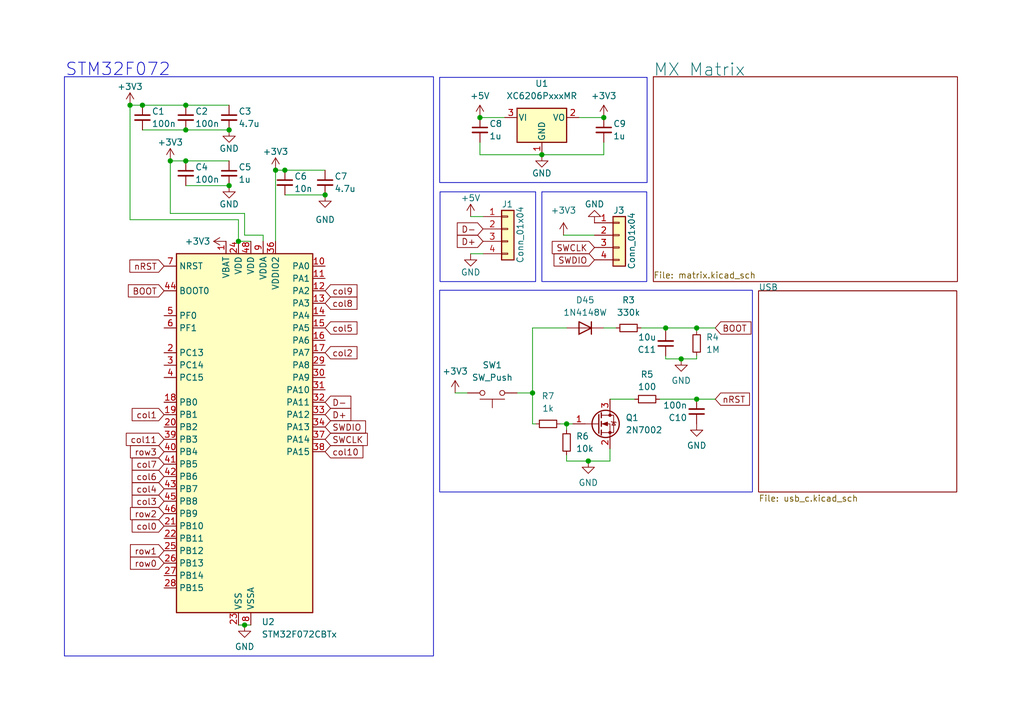
<source format=kicad_sch>
(kicad_sch (version 20250114) (generator "eeschema") (generator_version "9.0")
  (paper "A5")
  (lib_symbols
    (symbol "+3V3_1" (power) (pin_numbers (hide yes)) (pin_names (offset 0) (hide yes))
      (property "Value" "+3V3" (at 0 3.556 0))
      (symbol "+3V3_1_0_1"
        (polyline (pts (xy -0.762 1.27) (xy 0 2.54)))
        (polyline (pts (xy 0 2.54) (xy 0.762 1.27)))
        (polyline (pts (xy 0 0) (xy 0 2.54)))
      )
      (symbol "+3V3_1_1_1"
        (pin power_in line (at 0 0 90) (length 0) (name "~") (number "1"))
      )
    )
    (symbol "Device:C_Small" (pin_numbers (hide yes)) (pin_names (offset 0.254) (hide yes))
      (property "Reference" "C" (at 0.254 1.778 0))
      (property "Value" "C_Small" (at 0.254 -2.032 0))
      (symbol "C_Small_0_1"
        (polyline (pts (xy -1.524 0.508) (xy 1.524 0.508)) (stroke (width 0.3048)))
        (polyline (pts (xy -1.524 -0.508) (xy 1.524 -0.508)) (stroke (width 0.3302)))
      )
      (symbol "C_Small_1_1"
        (pin passive line (at 0 2.54 270) (length 2.032) (name "~") (number "1"))
        (pin passive line (at 0 -2.54 90) (length 2.032) (name "~") (number "2"))
      )
    )
    (symbol "Device:R_Small" (pin_numbers (hide yes)) (pin_names (offset 0.254) (hide yes))
      (property "Reference" "R" (at 0.762 0.508 0))
      (property "Value" "R_Small" (at 0.762 -1.016 0))
      (symbol "R_Small_0_1"
        (rectangle (start -0.762 1.778) (end 0.762 -1.778) (stroke (width 0.2032)))
      )
      (symbol "R_Small_1_1"
        (pin passive line (at 0 2.54 270) (length 0.762) (name "~") (number "1"))
        (pin passive line (at 0 -2.54 90) (length 0.762) (name "~") (number "2"))
      )
    )
    (symbol "Diode:1N4148W" (pin_numbers (hide yes)) (pin_names (hide yes))
      (property "Reference" "D" (at 0 2.54 0))
      (property "Value" "1N4148W" (at 0 -2.54 0))
      (symbol "1N4148W_0_1"
        (polyline (pts (xy -1.27 1.27) (xy -1.27 -1.27)) (stroke (width 0.254)))
        (polyline (pts (xy 1.27 1.27) (xy 1.27 -1.27) (xy -1.27 0) (xy 1.27 1.27)) (stroke (width 0.254)))
        (polyline (pts (xy 1.27 0) (xy -1.27 0)))
      )
      (symbol "1N4148W_1_1"
        (pin passive line (at -3.81 0 0) (length 2.54) (name "K") (number "1"))
        (pin passive line (at 3.81 0 180) (length 2.54) (name "A") (number "2"))
      )
    )
    (symbol "GND_1" (power) (pin_numbers (hide yes)) (pin_names (offset 0) (hide yes))
      (property "Value" "GND" (at 0 -3.81 0))
      (symbol "GND_1_0_1"
        (polyline (pts (xy 0 0) (xy 0 -1.27) (xy 1.27 -1.27) (xy 0 -2.54) (xy -1.27 -1.27) (xy 0 -1.27)))
      )
      (symbol "GND_1_1_1"
        (pin power_in line (at 0 0 270) (length 0) (name "~") (number "1"))
      )
    )
    (symbol "MCU_ST_STM32F0:STM32F072CBTx"
      (property "Reference" "U" (at -12.7 39.37 0))
      (property "Value" "STM32F072CBTx" (at 10.16 39.37 0))
      (symbol "STM32F072CBTx_0_1"
        (rectangle (start -12.7 -35.56) (end 15.24 38.1) (stroke (width 0.254)) (fill (type background)))
      )
      (symbol "STM32F072CBTx_1_1"
        (pin input line (at -15.24 35.56 0) (length 2.54) (name "NRST") (number "7"))
        (pin input line (at -15.24 30.48 0) (length 2.54) (name "BOOT0") (number "44"))
        (pin bidirectional line (at -15.24 25.4 0) (length 2.54) (name "PF0") (number "5"))
        (pin bidirectional line (at -15.24 22.86 0) (length 2.54) (name "PF1") (number "6"))
        (pin bidirectional line (at -15.24 17.78 0) (length 2.54) (name "PC13") (number "2"))
        (pin bidirectional line (at -15.24 15.24 0) (length 2.54) (name "PC14") (number "3"))
        (pin bidirectional line (at -15.24 12.7 0) (length 2.54) (name "PC15") (number "4"))
        (pin bidirectional line (at -15.24 7.62 0) (length 2.54) (name "PB0") (number "18"))
        (pin bidirectional line (at -15.24 5.08 0) (length 2.54) (name "PB1") (number "19"))
        (pin bidirectional line (at -15.24 2.54 0) (length 2.54) (name "PB2") (number "20"))
        (pin bidirectional line (at -15.24 0 0) (length 2.54) (name "PB3") (number "39"))
        (pin bidirectional line (at -15.24 -2.54 0) (length 2.54) (name "PB4") (number "40"))
        (pin bidirectional line (at -15.24 -5.08 0) (length 2.54) (name "PB5") (number "41"))
        (pin bidirectional line (at -15.24 -7.62 0) (length 2.54) (name "PB6") (number "42"))
        (pin bidirectional line (at -15.24 -10.16 0) (length 2.54) (name "PB7") (number "43"))
        (pin bidirectional line (at -15.24 -12.7 0) (length 2.54) (name "PB8") (number "45"))
        (pin bidirectional line (at -15.24 -15.24 0) (length 2.54) (name "PB9") (number "46"))
        (pin bidirectional line (at -15.24 -17.78 0) (length 2.54) (name "PB10") (number "21"))
        (pin bidirectional line (at -15.24 -20.32 0) (length 2.54) (name "PB11") (number "22"))
        (pin bidirectional line (at -15.24 -22.86 0) (length 2.54) (name "PB12") (number "25"))
        (pin bidirectional line (at -15.24 -25.4 0) (length 2.54) (name "PB13") (number "26"))
        (pin bidirectional line (at -15.24 -27.94 0) (length 2.54) (name "PB14") (number "27"))
        (pin bidirectional line (at -15.24 -30.48 0) (length 2.54) (name "PB15") (number "28"))
        (pin power_in line (at -2.54 40.64 270) (length 2.54) (name "VBAT") (number "1"))
        (pin power_in line (at 0 40.64 270) (length 2.54) (name "VDD") (number "24"))
        (pin power_in line (at 0 -38.1 90) (length 2.54) (name "VSS") (number "23"))
        (pin passive line (at 0 -38.1 90) (length 2.54) (hide yes) (name "VSS") (number "35"))
        (pin passive line (at 0 -38.1 90) (length 2.54) (hide yes) (name "VSS") (number "47"))
        (pin power_in line (at 2.54 40.64 270) (length 2.54) (name "VDD") (number "48"))
        (pin power_in line (at 2.54 -38.1 90) (length 2.54) (name "VSSA") (number "8"))
        (pin power_in line (at 5.08 40.64 270) (length 2.54) (name "VDDA") (number "9"))
        (pin power_in line (at 7.62 40.64 270) (length 2.54) (name "VDDIO2") (number "36"))
        (pin bidirectional line (at 17.78 35.56 180) (length 2.54) (name "PA0") (number "10"))
        (pin bidirectional line (at 17.78 33.02 180) (length 2.54) (name "PA1") (number "11"))
        (pin bidirectional line (at 17.78 30.48 180) (length 2.54) (name "PA2") (number "12"))
        (pin bidirectional line (at 17.78 27.94 180) (length 2.54) (name "PA3") (number "13"))
        (pin bidirectional line (at 17.78 25.4 180) (length 2.54) (name "PA4") (number "14"))
        (pin bidirectional line (at 17.78 22.86 180) (length 2.54) (name "PA5") (number "15"))
        (pin bidirectional line (at 17.78 20.32 180) (length 2.54) (name "PA6") (number "16"))
        (pin bidirectional line (at 17.78 17.78 180) (length 2.54) (name "PA7") (number "17"))
        (pin bidirectional line (at 17.78 15.24 180) (length 2.54) (name "PA8") (number "29"))
        (pin bidirectional line (at 17.78 12.7 180) (length 2.54) (name "PA9") (number "30"))
        (pin bidirectional line (at 17.78 10.16 180) (length 2.54) (name "PA10") (number "31"))
        (pin bidirectional line (at 17.78 7.62 180) (length 2.54) (name "PA11") (number "32"))
        (pin bidirectional line (at 17.78 5.08 180) (length 2.54) (name "PA12") (number "33"))
        (pin bidirectional line (at 17.78 2.54 180) (length 2.54) (name "PA13") (number "34"))
        (pin bidirectional line (at 17.78 0 180) (length 2.54) (name "PA14") (number "37"))
        (pin bidirectional line (at 17.78 -2.54 180) (length 2.54) (name "PA15") (number "38"))
      )
    )
    (symbol "Regulator_Linear:XC6206PxxxMR" (pin_names (offset 0.254))
      (property "Reference" "U" (at -3.81 3.175 0))
      (property "Value" "XC6206PxxxMR" (at 0 3.175 0))
      (symbol "XC6206PxxxMR_0_1"
        (rectangle (start -5.08 1.905) (end 5.08 -5.08) (stroke (width 0.254)) (fill (type background)))
      )
      (symbol "XC6206PxxxMR_1_1"
        (pin power_in line (at -7.62 0 0) (length 2.54) (name "VI") (number "3"))
        (pin power_in line (at 0 -7.62 90) (length 2.54) (name "GND") (number "1"))
        (pin power_out line (at 7.62 0 180) (length 2.54) (name "VO") (number "2"))
      )
    )
    (symbol "Switch:SW_Push" (pin_numbers (hide yes)) (pin_names (offset 1.016) (hide yes))
      (property "Reference" "SW" (at 1.27 2.54 0))
      (property "Value" "SW_Push" (at 0 -1.524 0))
      (symbol "SW_Push_0_1"
        (circle (center -2.032 0) (radius 0.508))
        (polyline (pts (xy 0 1.27) (xy 0 3.048)))
        (circle (center 2.032 0) (radius 0.508))
        (polyline (pts (xy 2.54 1.27) (xy -2.54 1.27)))
        (pin passive line (at -5.08 0 0) (length 2.54) (name "1") (number "1"))
        (pin passive line (at 5.08 0 180) (length 2.54) (name "2") (number "2"))
      )
    )
    (symbol "Transistor_FET:2N7002" (pin_names (hide yes))
      (property "Reference" "Q" (at 5.08 1.905 0))
      (property "Value" "2N7002" (at 5.08 0 0))
      (symbol "2N7002_0_1"
        (polyline (pts (xy 0.254 1.905) (xy 0.254 -1.905)) (stroke (width 0.254)))
        (polyline (pts (xy 0.254 0) (xy -2.54 0)))
        (polyline (pts (xy 0.762 2.286) (xy 0.762 1.27)) (stroke (width 0.254)))
        (polyline (pts (xy 0.762 0.508) (xy 0.762 -0.508)) (stroke (width 0.254)))
        (polyline (pts (xy 0.762 -1.27) (xy 0.762 -2.286)) (stroke (width 0.254)))
        (polyline (pts (xy 0.762 -1.778) (xy 3.302 -1.778) (xy 3.302 1.778) (xy 0.762 1.778)))
        (polyline (pts (xy 1.016 0) (xy 2.032 0.381) (xy 2.032 -0.381) (xy 1.016 0)) (fill (type outline)))
        (circle (center 1.651 0) (radius 2.794) (stroke (width 0.254)))
        (polyline (pts (xy 2.54 2.54) (xy 2.54 1.778)))
        (circle (center 2.54 1.778) (radius 0.254) (fill (type outline)))
        (circle (center 2.54 -1.778) (radius 0.254) (fill (type outline)))
        (polyline (pts (xy 2.54 -2.54) (xy 2.54 0) (xy 0.762 0)))
        (polyline (pts (xy 2.794 0.508) (xy 2.921 0.381) (xy 3.683 0.381) (xy 3.81 0.254)))
        (polyline (pts (xy 3.302 0.381) (xy 2.921 -0.254) (xy 3.683 -0.254) (xy 3.302 0.381)))
      )
      (symbol "2N7002_1_1"
        (pin input line (at -5.08 0 0) (length 2.54) (name "G") (number "1"))
        (pin passive line (at 2.54 5.08 270) (length 2.54) (name "D") (number "3"))
        (pin passive line (at 2.54 -5.08 90) (length 2.54) (name "S") (number "2"))
      )
    )
    (symbol "ark40:Conn_01x04" (pin_names (offset 1.016) (hide yes))
      (property "Reference" "J" (at 0 5.08 0))
      (property "Value" "Conn_01x04" (at 0 -7.62 0))
      (symbol "Conn_01x04_1_1"
        (rectangle (start -1.27 3.81) (end 1.27 -6.35) (stroke (width 0.254)) (fill (type background)))
        (rectangle (start -1.27 2.667) (end 0 2.413) (stroke (width 0.1524)))
        (rectangle (start -1.27 0.127) (end 0 -0.127) (stroke (width 0.1524)))
        (rectangle (start -1.27 -2.413) (end 0 -2.667) (stroke (width 0.1524)))
        (rectangle (start -1.27 -4.953) (end 0 -5.207) (stroke (width 0.1524)))
        (pin passive line (at -5.08 2.54 0) (length 3.81) (name "Pin_1") (number "1"))
        (pin passive line (at -5.08 0 0) (length 3.81) (name "Pin_2") (number "2"))
        (pin passive line (at -5.08 -2.54 0) (length 3.81) (name "Pin_3") (number "3"))
        (pin passive line (at -5.08 -5.08 0) (length 3.81) (name "Pin_4") (number "4"))
      )
    )
    (symbol "power:+3V3" (power) (pin_names (offset 0))
      (property "Value" "+3V3" (at 0 3.556 0))
      (symbol "+3V3_0_1"
        (polyline (pts (xy -0.762 1.27) (xy 0 2.54)))
        (polyline (pts (xy 0 2.54) (xy 0.762 1.27)))
        (polyline (pts (xy 0 0) (xy 0 2.54)))
      )
      (symbol "+3V3_1_1"
        (pin power_in line (at 0 0 90) (length 0) (hide yes) (name "+3V3") (number "1"))
      )
    )
    (symbol "power:+5V" (power) (pin_names (offset 0))
      (property "Value" "+5V" (at 0 3.556 0))
      (symbol "+5V_0_1"
        (polyline (pts (xy -0.762 1.27) (xy 0 2.54)))
        (polyline (pts (xy 0 2.54) (xy 0.762 1.27)))
        (polyline (pts (xy 0 0) (xy 0 2.54)))
      )
      (symbol "+5V_1_1"
        (pin power_in line (at 0 0 90) (length 0) (hide yes) (name "+5V") (number "1"))
      )
    )
    (symbol "power:GND" (power) (pin_names (offset 0))
      (property "Value" "GND" (at 0 -3.81 0))
      (symbol "GND_0_1"
        (polyline (pts (xy 0 0) (xy 0 -1.27) (xy 1.27 -1.27) (xy 0 -2.54) (xy -1.27 -1.27) (xy 0 -1.27)))
      )
      (symbol "GND_1_1"
        (pin power_in line (at 0 0 270) (length 0) (hide yes) (name "GND") (number "1"))
      )
    )
  )
  (rectangle (start 111.125 39.37) (end 132.6388 57.785))
  (rectangle (start 90.2462 39.37) (end 109.855 57.785))
  (rectangle (start 90.17 59.563) (end 154.305 100.965))
  (rectangle (start 90.17 15.875) (end 132.715 37.465))
  (rectangle (start 13.208 15.748) (end 88.9 134.62))
  (text "STM32F072" (at 13.335 15.875 0) (effects (font (size 2.54 2.54)) (justify left bottom)))
  (junction (at 58.42 34.925))
  (junction (at 142.875 67.31))
  (junction (at 34.925 33.02))
  (junction (at 109.22 80.645))
  (junction (at 46.99 26.67))
  (junction (at 116.205 86.995))
  (junction (at 142.875 81.915))
  (junction (at 139.7 73.66))
  (junction (at 38.1 26.67))
  (junction (at 123.825 24.13))
  (junction (at 38.1 21.59))
  (junction (at 98.425 24.13))
  (junction (at 26.67 21.59))
  (junction (at 38.1 33.02))
  (junction (at 56.515 34.925))
  (junction (at 29.21 21.59))
  (junction (at 111.125 31.75))
  (junction (at 46.99 38.1))
  (junction (at 136.525 67.31))
  (junction (at 50.165 128.27))
  (junction (at 48.895 49.53))
  (junction (at 120.65 94.615))
  (junction (at 66.675 40.005))
  (wire (pts (xy 125.095 94.615) (xy 125.095 92.075)))
  (wire (pts (xy 123.825 31.75) (xy 111.125 31.75)))
  (wire (pts (xy 111.125 31.75) (xy 98.425 31.75)))
  (wire (pts (xy 115.57 48.26) (xy 121.92 48.26)))
  (wire (pts (xy 136.525 67.31) (xy 142.875 67.31)))
  (wire (pts (xy 136.525 73.025) (xy 136.525 73.66)))
  (wire (pts (xy 135.255 81.915) (xy 142.875 81.915)))
  (wire (pts (xy 109.22 80.645) (xy 106.045 80.645)))
  (wire (pts (xy 26.67 21.59) (xy 29.21 21.59)))
  (wire (pts (xy 116.205 67.31) (xy 109.22 67.31)))
  (wire (pts (xy 34.925 33.02) (xy 34.925 43.815)))
  (wire (pts (xy 136.525 73.66) (xy 139.7 73.66)))
  (wire (pts (xy 142.875 73.66) (xy 142.875 73.025)))
  (wire (pts (xy 136.525 67.945) (xy 136.525 67.31)))
  (wire (pts (xy 116.205 93.345) (xy 116.205 94.615)))
  (wire (pts (xy 48.895 128.27) (xy 50.165 128.27)))
  (wire (pts (xy 118.745 24.13) (xy 123.825 24.13)))
  (wire (pts (xy 26.67 21.59) (xy 26.67 45.085)))
  (wire (pts (xy 123.825 67.31) (xy 126.365 67.31)))
  (wire (pts (xy 98.425 24.13) (xy 103.505 24.13)))
  (wire (pts (xy 120.65 94.615) (xy 116.205 94.615)))
  (wire (pts (xy 120.65 94.615) (xy 125.095 94.615)))
  (wire (pts (xy 29.21 26.67) (xy 38.1 26.67)))
  (wire (pts (xy 109.22 67.31) (xy 109.22 80.645)))
  (wire (pts (xy 123.825 29.21) (xy 123.825 31.75)))
  (wire (pts (xy 53.975 48.26) (xy 50.165 48.26)))
  (wire (pts (xy 50.165 48.26) (xy 50.165 43.815)))
  (wire (pts (xy 58.42 40.005) (xy 66.675 40.005)))
  (wire (pts (xy 142.875 67.945) (xy 142.875 67.31)))
  (wire (pts (xy 38.1 33.02) (xy 46.99 33.02)))
  (wire (pts (xy 99.06 52.07) (xy 96.52 52.07)))
  (wire (pts (xy 125.095 81.915) (xy 130.175 81.915)))
  (wire (pts (xy 109.855 86.995) (xy 109.22 86.995)))
  (wire (pts (xy 142.875 73.66) (xy 139.7 73.66)))
  (wire (pts (xy 117.475 86.995) (xy 116.205 86.995)))
  (wire (pts (xy 34.925 43.815) (xy 50.165 43.815)))
  (wire (pts (xy 109.22 86.995) (xy 109.22 80.645)))
  (wire (pts (xy 53.975 48.26) (xy 53.975 49.53)))
  (wire (pts (xy 48.895 45.085) (xy 26.67 45.085)))
  (wire (pts (xy 48.895 45.085) (xy 48.895 49.53)))
  (wire (pts (xy 96.52 44.45) (xy 99.06 44.45)))
  (wire (pts (xy 29.21 21.59) (xy 38.1 21.59)))
  (wire (pts (xy 142.875 81.915) (xy 146.685 81.915)))
  (wire (pts (xy 56.515 34.925) (xy 56.515 49.53)))
  (wire (pts (xy 93.345 80.645) (xy 95.885 80.645)))
  (wire (pts (xy 114.935 86.995) (xy 116.205 86.995)))
  (wire (pts (xy 142.875 67.31) (xy 146.685 67.31)))
  (wire (pts (xy 98.425 31.75) (xy 98.425 29.21)))
  (wire (pts (xy 38.1 21.59) (xy 46.99 21.59)))
  (wire (pts (xy 131.445 67.31) (xy 136.525 67.31)))
  (wire (pts (xy 34.925 33.02) (xy 38.1 33.02)))
  (wire (pts (xy 116.205 86.995) (xy 116.205 88.265)))
  (wire (pts (xy 48.895 49.53) (xy 51.435 49.53)))
  (wire (pts (xy 38.1 26.67) (xy 46.99 26.67)))
  (wire (pts (xy 50.165 128.27) (xy 51.435 128.27)))
  (wire (pts (xy 56.515 34.925) (xy 58.42 34.925)))
  (wire (pts (xy 38.1 38.1) (xy 46.99 38.1)))
  (wire (pts (xy 58.42 34.925) (xy 66.675 34.925)))
  (global_label "D-" (shape input) (at 99.06 46.99 180) (property "Intersheetrefs" "${INTERSHEET_REFS}" (effects (hide yes))))
  (global_label "row2" (shape input) (at 33.655 105.41 180) (property "Intersheetrefs" "${INTERSHEET_REFS}" (effects (hide yes))))
  (global_label "nRST" (shape input) (at 33.655 54.61 180) (property "Intersheetrefs" "${INTERSHEET_REFS}" (effects (hide yes))))
  (global_label "col0" (shape input) (at 33.655 107.95 180) (property "Intersheetrefs" "${INTERSHEET_REFS}" (effects (hide yes))))
  (global_label "row1" (shape input) (at 33.655 113.03 180) (property "Intersheetrefs" "${INTERSHEET_REFS}" (effects (hide yes))))
  (global_label "col5" (shape input) (at 66.675 67.31 0) (property "Intersheetrefs" "${INTERSHEET_REFS}" (effects (hide yes))))
  (global_label "col7" (shape input) (at 33.655 95.25 180) (property "Intersheetrefs" "${INTERSHEET_REFS}" (effects (hide yes))))
  (global_label "col6" (shape input) (at 33.655 97.79 180) (property "Intersheetrefs" "${INTERSHEET_REFS}" (effects (hide yes))))
  (global_label "D+" (shape input) (at 66.675 85.09 0) (property "Intersheetrefs" "${INTERSHEET_REFS}" (effects (hide yes))))
  (global_label "BOOT" (shape input) (at 33.655 59.69 180) (property "Intersheetrefs" "${INTERSHEET_REFS}" (effects (hide yes))))
  (global_label "col4" (shape input) (at 33.655 100.33 180) (property "Intersheetrefs" "${INTERSHEET_REFS}" (effects (hide yes))))
  (global_label "SWDIO" (shape input) (at 66.675 87.63 0) (property "Intersheetrefs" "${INTERSHEET_REFS}" (effects (hide yes))))
  (global_label "row0" (shape input) (at 33.655 115.57 180) (property "Intersheetrefs" "${INTERSHEET_REFS}" (effects (hide yes))))
  (global_label "col10" (shape input) (at 66.675 92.71 0) (property "Intersheetrefs" "${INTERSHEET_REFS}" (effects (hide yes))))
  (global_label "SWCLK" (shape input) (at 121.92 50.8 180) (property "Intersheetrefs" "${INTERSHEET_REFS}" (effects (hide yes))))
  (global_label "D-" (shape input) (at 66.675 82.55 0) (property "Intersheetrefs" "${INTERSHEET_REFS}" (effects (hide yes))))
  (global_label "SWCLK" (shape input) (at 66.675 90.17 0) (property "Intersheetrefs" "${INTERSHEET_REFS}" (effects (hide yes))))
  (global_label "col9" (shape input) (at 66.675 59.69 0) (property "Intersheetrefs" "${INTERSHEET_REFS}" (effects (hide yes))))
  (global_label "BOOT" (shape input) (at 146.685 67.31 0) (property "Intersheetrefs" "${INTERSHEET_REFS}" (effects (hide yes))))
  (global_label "col1" (shape input) (at 33.655 85.09 180) (property "Intersheetrefs" "${INTERSHEET_REFS}" (effects (hide yes))))
  (global_label "row3" (shape input) (at 33.655 92.71 180) (property "Intersheetrefs" "${INTERSHEET_REFS}" (effects (hide yes))))
  (global_label "col3" (shape input) (at 33.655 102.87 180) (property "Intersheetrefs" "${INTERSHEET_REFS}" (effects (hide yes))))
  (global_label "col2" (shape input) (at 66.675 72.39 0) (property "Intersheetrefs" "${INTERSHEET_REFS}" (effects (hide yes))))
  (global_label "col8" (shape input) (at 66.675 62.23 0) (property "Intersheetrefs" "${INTERSHEET_REFS}" (effects (hide yes))))
  (global_label "D+" (shape input) (at 99.06 49.53 180) (property "Intersheetrefs" "${INTERSHEET_REFS}" (effects (hide yes))))
  (global_label "SWDIO" (shape input) (at 121.92 53.34 180) (property "Intersheetrefs" "${INTERSHEET_REFS}" (effects (hide yes))))
  (global_label "col11" (shape input) (at 33.655 90.17 180) (property "Intersheetrefs" "${INTERSHEET_REFS}" (effects (hide yes))))
  (global_label "nRST" (shape input) (at 146.685 81.915 0) (property "Intersheetrefs" "${INTERSHEET_REFS}" (effects (hide yes))))
  (symbol (lib_id "power:GND") (at 111.125 31.75 0) (unit 1)
    (property "Reference" "#PWR012" (effects (hide yes)))
    (property "Value" "GND" (at 111.125 35.56 0))
  )
  (symbol (lib_id "Device:C_Small") (at 142.875 84.455 180) (unit 1)
    (property "Reference" "C10" (at 140.97 85.725 0) (effects (justify left)))
    (property "Value" "100n" (at 140.97 83.185 0) (effects (justify left)))
    (property "Footprint" "Capacitor_SMD:C_0402_1005Metric" (effects (hide yes)))
  )
  (symbol (lib_id "power:+3V3") (at 93.345 80.645 0) (unit 1)
    (property "Reference" "#PWR02" (effects (hide yes)))
    (property "Value" "+3V3" (at 93.345 76.2 0))
  )
  (symbol (lib_id "Switch:SW_Push") (at 100.965 80.645 180) (unit 1)
    (property "Reference" "SW1" (at 100.965 74.93 0))
    (property "Value" "SW_Push" (at 100.965 77.47 0))
    (property "Footprint" "Button_Switch_SMD:SW_Push_1P1T_XKB_TS-1187A" (effects (hide yes)))
  )
  (symbol (lib_id "ark40:Conn_01x04") (at 104.14 46.99 0) (unit 1)
    (property "Reference" "J1" (at 102.87 41.91 0) (effects (justify left)))
    (property "Value" "Conn_01x04" (at 106.68 54.0512 90) (effects (justify left)))
    (property "Footprint" "Connector_JST:JST_SH_SM04B-SRSS-TB_1x04-1MP_P1.00mm_Horizontal" (effects (hide yes)))
  )
  (symbol (lib_id "Device:C_Small") (at 136.525 70.485 180) (unit 1)
    (property "Reference" "C11" (at 134.62 71.755 0) (effects (justify left)))
    (property "Value" "10u" (at 134.62 69.215 0) (effects (justify left)))
    (property "Footprint" "Capacitor_SMD:C_0603_1608Metric" (effects (hide yes)))
  )
  (symbol (lib_id "power:+3V3") (at 34.925 33.02 0) (unit 1)
    (property "Reference" "#PWR05" (effects (hide yes)))
    (property "Value" "+3V3" (at 34.925 29.21 0))
  )
  (symbol (lib_id "power:+3V3") (at 56.515 34.925 0) (unit 1)
    (property "Reference" "#PWR06" (effects (hide yes)))
    (property "Value" "+3V3" (at 56.515 31.115 0))
  )
  (symbol (lib_id "Device:R_Small") (at 142.875 70.485 180) (unit 1)
    (property "Reference" "R4" (at 144.78 69.2149 0) (effects (justify right)))
    (property "Value" "1M" (at 144.78 71.7549 0) (effects (justify right)))
    (property "Footprint" "Resistor_SMD:R_0805_2012Metric" (effects (hide yes)))
  )
  (symbol (lib_id "power:+5V") (at 96.52 44.45 0) (unit 1)
    (property "Reference" "#PWR014" (effects (hide yes)))
    (property "Value" "+5V" (at 96.52 40.64 0))
  )
  (symbol (lib_id "power:GND") (at 66.675 40.005 0) (unit 1)
    (property "Reference" "#PWR08" (effects (hide yes)))
    (property "Value" "GND" (at 66.675 45.085 0))
  )
  (symbol (lib_id "power:GND") (at 46.99 38.1 0) (unit 1)
    (property "Reference" "#PWR07" (effects (hide yes)))
    (property "Value" "GND" (at 46.99 41.91 0))
  )
  (symbol (lib_id "Device:C_Small") (at 38.1 24.13 0) (unit 1)
    (property "Reference" "C2" (at 40.005 22.86 0) (effects (justify left)))
    (property "Value" "100n" (at 40.005 25.4 0) (effects (justify left)))
    (property "Footprint" "Capacitor_SMD:C_0402_1005Metric" (effects (hide yes)))
  )
  (symbol (lib_id "Device:C_Small") (at 29.21 24.13 0) (unit 1)
    (property "Reference" "C1" (at 31.115 22.86 0) (effects (justify left)))
    (property "Value" "100n" (at 31.115 25.4 0) (effects (justify left)))
    (property "Footprint" "Capacitor_SMD:C_0402_1005Metric" (effects (hide yes)))
  )
  (symbol (lib_id "Device:C_Small") (at 38.1 35.56 0) (unit 1)
    (property "Reference" "C4" (at 40.005 34.29 0) (effects (justify left)))
    (property "Value" "100n" (at 40.005 36.83 0) (effects (justify left)))
    (property "Footprint" "Capacitor_SMD:C_0402_1005Metric" (effects (hide yes)))
  )
  (symbol (lib_id "Device:R_Small") (at 112.395 86.995 90) (unit 1)
    (property "Reference" "R7" (at 112.395 81.28 90))
    (property "Value" "1k" (at 112.395 83.82 90))
    (property "Footprint" "Resistor_SMD:R_0603_1608Metric" (effects (hide yes)))
  )
  (symbol (lib_id "Device:R_Small") (at 132.715 81.915 270) (unit 1)
    (property "Reference" "R5" (at 132.715 76.835 90))
    (property "Value" "100" (at 132.715 79.375 90))
    (property "Footprint" "Resistor_SMD:R_0402_1005Metric_Pad0.72x0.64mm_HandSolder" (effects (hide yes)))
    (property "Optional" "True" (effects (hide yes)))
  )
  (symbol (lib_id "Device:R_Small") (at 128.905 67.31 270) (unit 1)
    (property "Reference" "R3" (at 128.905 61.595 90))
    (property "Value" "330k" (at 128.905 64.135 90))
    (property "Footprint" "Resistor_SMD:R_0805_2012Metric" (effects (hide yes)))
  )
  (symbol (lib_id "Device:C_Small") (at 123.825 26.67 0) (unit 1)
    (property "Reference" "C9" (at 125.73 25.4 0) (effects (justify left)))
    (property "Value" "1u" (at 125.73 27.94 0) (effects (justify left)))
    (property "Footprint" "Capacitor_SMD:C_0603_1608Metric" (effects (hide yes)))
  )
  (symbol (lib_id "Device:C_Small") (at 66.675 37.465 0) (unit 1)
    (property "Reference" "C7" (at 68.58 36.195 0) (effects (justify left)))
    (property "Value" "4.7u" (at 68.58 38.735 0) (effects (justify left)))
    (property "Footprint" "Capacitor_SMD:C_0603_1608Metric" (effects (hide yes)))
  )
  (symbol (lib_id "power:+5V") (at 98.425 24.13 0) (unit 1)
    (property "Reference" "#PWR09" (effects (hide yes)))
    (property "Value" "+5V" (at 98.425 19.685 0))
  )
  (symbol (lib_id "Regulator_Linear:XC6206PxxxMR") (at 111.125 24.13 0) (unit 1)
    (property "Reference" "U1" (at 111.125 17.145 0))
    (property "Value" "XC6206PxxxMR" (at 111.125 19.685 0))
    (property "Footprint" "Package_TO_SOT_SMD:SOT-23-3" (effects (hide yes)))
    (property "Datasheet" "https://www.torexsemi.com/file/xc6206/XC6206.pdf" (effects (hide yes)))
  )
  (symbol (lib_id "ark40:Conn_01x04") (at 127 48.26 0) (unit 1)
    (property "Reference" "J3" (at 125.73 43.18 0) (effects (justify left)))
    (property "Value" "Conn_01x04" (at 129.54 55.3212 90) (effects (justify left)))
    (property "Footprint" "Connector_PinHeader_2.54mm:PinHeader_2x02_P2.54mm_Vertical" (effects (hide yes)))
  )
  (symbol (lib_id "Device:R_Small") (at 116.205 90.805 180) (unit 1)
    (property "Reference" "R6" (at 118.11 89.5349 0) (effects (justify right)))
    (property "Value" "10k" (at 118.11 92.0749 0) (effects (justify right)))
    (property "Footprint" "Resistor_SMD:R_0603_1608Metric_Pad0.98x0.95mm_HandSolder" (effects (hide yes)))
    (property "Optional" "True" (effects (hide yes)))
  )
  (symbol (lib_id "power:GND") (at 96.52 52.07 0) (unit 1)
    (property "Reference" "#PWR015" (effects (hide yes)))
    (property "Value" "GND" (at 96.52 55.88 0))
  )
  (symbol (lib_id "Device:C_Small") (at 46.99 24.13 0) (unit 1)
    (property "Reference" "C3" (at 48.895 22.86 0) (effects (justify left)))
    (property "Value" "4.7u" (at 48.895 25.4 0) (effects (justify left)))
    (property "Footprint" "Capacitor_SMD:C_0603_1608Metric" (effects (hide yes)))
  )
  (symbol (lib_id "Device:C_Small") (at 58.42 37.465 0) (unit 1)
    (property "Reference" "C6" (at 60.325 36.195 0) (effects (justify left)))
    (property "Value" "10n" (at 60.325 38.735 0) (effects (justify left)))
    (property "Footprint" "Capacitor_SMD:C_0402_1005Metric" (effects (hide yes)))
  )
  (symbol (lib_id "power:+3V3") (at 46.355 49.53 90) (unit 1)
    (property "Reference" "#PWR011" (effects (hide yes)))
    (property "Value" "+3V3" (at 43.18 49.53 90) (effects (justify left)))
  )
  (symbol (lib_name "GND_1") (lib_id "power:GND") (at 121.92 45.72 180) (unit 1)
    (property "Reference" "#PWR018" (effects (hide yes)))
    (property "Value" "GND" (at 121.92 41.91 0))
    (property "Description" "Power symbol creates a global label with name \"GND\" , ground" (effects (hide yes)))
  )
  (symbol (lib_id "power:GND") (at 50.165 128.27 0) (unit 1)
    (property "Reference" "#PWR016" (effects (hide yes)))
    (property "Value" "GND" (at 50.165 132.715 0))
  )
  (symbol (lib_id "power:GND") (at 139.7 73.66 0) (unit 1)
    (property "Reference" "#PWR013" (effects (hide yes)))
    (property "Value" "GND" (at 139.7 78.105 0))
  )
  (symbol (lib_id "power:+3V3") (at 26.67 21.59 0) (unit 1)
    (property "Reference" "#PWR01" (effects (hide yes)))
    (property "Value" "+3V3" (at 26.67 17.78 0))
  )
  (symbol (lib_id "Transistor_FET:2N7002") (at 122.555 86.995 0) (unit 1)
    (property "Reference" "Q1" (at 128.27 85.7249 0) (effects (justify left)))
    (property "Value" "2N7002" (at 128.27 88.2649 0) (effects (justify left)))
    (property "Footprint" "Package_TO_SOT_SMD:SOT-23" (effects (hide yes)))
    (property "Datasheet" "https://www.onsemi.com/pub/Collateral/NDS7002A-D.PDF" (effects (hide yes)))
    (property "Description" "0.115A Id, 60V Vds, N-Channel MOSFET, SOT-23" (effects (hide yes)))
  )
  (symbol (lib_name "+3V3_1") (lib_id "power:+3V3") (at 115.57 48.26 0) (unit 1)
    (property "Reference" "#PWR019" (effects (hide yes)))
    (property "Value" "+3V3" (at 115.57 43.18 0))
    (property "Description" "Power symbol creates a global label with name \"+3V3\"" (effects (hide yes)))
  )
  (symbol (lib_id "power:GND") (at 46.99 26.67 0) (unit 1)
    (property "Reference" "#PWR03" (effects (hide yes)))
    (property "Value" "GND" (at 46.99 30.48 0))
  )
  (symbol (lib_id "MCU_ST_STM32F0:STM32F072CBTx") (at 48.895 90.17 0) (unit 1)
    (property "Reference" "U2" (at 53.6291 127.635 0) (effects (justify left)))
    (property "Value" "STM32F072CBTx" (at 53.6291 130.175 0) (effects (justify left)))
    (property "Footprint" "Package_QFP:LQFP-48_7x7mm_P0.5mm" (effects (hide yes)))
    (property "Datasheet" "https://www.st.com/resource/en/datasheet/stm32f072cb.pdf" (effects (hide yes)))
  )
  (symbol (lib_id "Diode:1N4148W") (at 120.015 67.31 180) (unit 1)
    (property "Reference" "D45" (at 120.015 61.595 0))
    (property "Value" "1N4148W" (at 120.015 64.135 0))
    (property "Footprint" "Diode_SMD:D_SOD-123" (effects (hide yes)))
    (property "Datasheet" "https://www.vishay.com/docs/85748/1n4148w.pdf" (effects (hide yes)))
    (property "Description" "75V 0.15A Fast Switching Diode, SOD-123" (effects (hide yes)))
    (property "Sim.Device" "D" (effects (hide yes)))
    (property "Sim.Pins" "1=K 2=A" (effects (hide yes)))
  )
  (symbol (lib_id "power:+3V3") (at 123.825 24.13 0) (unit 1)
    (property "Reference" "#PWR010" (effects (hide yes)))
    (property "Value" "+3V3" (at 123.825 19.685 0))
  )
  (symbol (lib_id "Device:C_Small") (at 98.425 26.67 0) (unit 1)
    (property "Reference" "C8" (at 100.33 25.4 0) (effects (justify left)))
    (property "Value" "1u" (at 100.33 27.94 0) (effects (justify left)))
    (property "Footprint" "Capacitor_SMD:C_0603_1608Metric" (effects (hide yes)))
  )
  (symbol (lib_id "power:GND") (at 120.65 94.615 0) (unit 1)
    (property "Reference" "#PWR017" (effects (hide yes)))
    (property "Value" "GND" (at 120.65 99.06 0))
  )
  (symbol (lib_id "Device:C_Small") (at 46.99 35.56 0) (unit 1)
    (property "Reference" "C5" (at 48.895 34.29 0) (effects (justify left)))
    (property "Value" "1u" (at 48.895 36.83 0) (effects (justify left)))
    (property "Footprint" "Capacitor_SMD:C_0603_1608Metric" (effects (hide yes)))
  )
  (symbol (lib_id "power:GND") (at 142.875 86.995 0) (unit 1)
    (property "Reference" "#PWR04" (effects (hide yes)))
    (property "Value" "GND" (at 142.875 91.44 0))
  )
  (sheet (at 133.985 15.748) (size 62.357 42.037) (stroke (width 0.1524))
    (property "Sheetname" "MX Matrix" (at 133.985 15.748 0) (effects (font (size 2.54 2.54)) (justify left bottom)))
    (property "Sheetfile" "matrix.kicad_sch" (at 133.985 55.753 0) (effects (justify left top)))
  )
  (sheet (at 155.575 59.69) (size 40.64 41.275) (stroke (width 0.1524))
    (property "Sheetname" "USB" (at 155.575 59.69 0) (effects (justify left bottom)))
    (property "Sheetfile" "usb_c.kicad_sch" (at 155.575 101.5496 0) (effects (justify left top)))
  )
)
</source>
